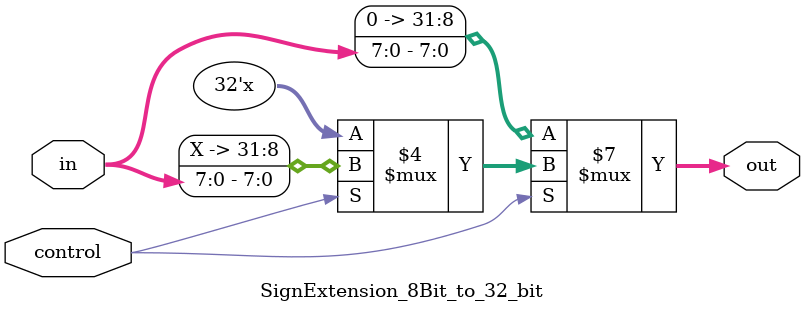
<source format=v>
`timescale 1ns / 1ps
module SignExtension_8Bit_to_32_bit(in, out, control);

    /* A 16-Bit input word */
    input [7:0] in;
    input control;
    /* A 32-Bit output word */
    output reg [31:0] out;
    

    always @(*)
    begin
        
        if(control == 0)
        begin
            out <= {24'b0, in[7:0]};
        end
        else if(control == 1)
        begin
            out <= { { 24 {in[15]} }, in[15:0] };
        end
    end
    


endmodule

</source>
